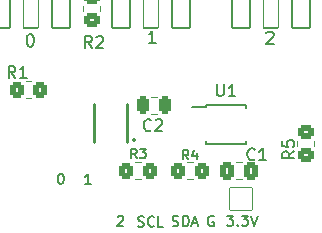
<source format=gbr>
%TF.GenerationSoftware,KiCad,Pcbnew,8.99.0-unknown-7774a43762~178~ubuntu22.04.1*%
%TF.CreationDate,2024-05-27T17:10:49+05:30*%
%TF.ProjectId,Adafruit Si5351A,41646166-7275-4697-9420-536935333531,rev?*%
%TF.SameCoordinates,Original*%
%TF.FileFunction,Legend,Top*%
%TF.FilePolarity,Positive*%
%FSLAX46Y46*%
G04 Gerber Fmt 4.6, Leading zero omitted, Abs format (unit mm)*
G04 Created by KiCad (PCBNEW 8.99.0-unknown-7774a43762~178~ubuntu22.04.1) date 2024-05-27 17:10:49*
%MOMM*%
%LPD*%
G01*
G04 APERTURE LIST*
G04 Aperture macros list*
%AMRoundRect*
0 Rectangle with rounded corners*
0 $1 Rounding radius*
0 $2 $3 $4 $5 $6 $7 $8 $9 X,Y pos of 4 corners*
0 Add a 4 corners polygon primitive as box body*
4,1,4,$2,$3,$4,$5,$6,$7,$8,$9,$2,$3,0*
0 Add four circle primitives for the rounded corners*
1,1,$1+$1,$2,$3*
1,1,$1+$1,$4,$5*
1,1,$1+$1,$6,$7*
1,1,$1+$1,$8,$9*
0 Add four rect primitives between the rounded corners*
20,1,$1+$1,$2,$3,$4,$5,0*
20,1,$1+$1,$4,$5,$6,$7,0*
20,1,$1+$1,$6,$7,$8,$9,0*
20,1,$1+$1,$8,$9,$2,$3,0*%
G04 Aperture macros list end*
%ADD10C,0.203200*%
%ADD11C,0.152400*%
%ADD12C,0.150000*%
%ADD13C,0.120000*%
%ADD14C,0.250000*%
%ADD15C,0.300000*%
%ADD16RoundRect,0.050800X-0.762000X-2.032000X0.762000X-2.032000X0.762000X2.032000X-0.762000X2.032000X0*%
%ADD17RoundRect,0.050800X-0.635000X-2.032000X0.635000X-2.032000X0.635000X2.032000X-0.635000X2.032000X0*%
%ADD18RoundRect,0.250000X0.450000X-0.350000X0.450000X0.350000X-0.450000X0.350000X-0.450000X-0.350000X0*%
%ADD19RoundRect,0.250000X-0.450000X0.350000X-0.450000X-0.350000X0.450000X-0.350000X0.450000X0.350000X0*%
%ADD20C,2.000000*%
%ADD21RoundRect,0.250000X-0.350000X-0.450000X0.350000X-0.450000X0.350000X0.450000X-0.350000X0.450000X0*%
%ADD22C,2.500000*%
%ADD23RoundRect,0.250000X0.350000X0.450000X-0.350000X0.450000X-0.350000X-0.450000X0.350000X-0.450000X0*%
%ADD24RoundRect,0.050800X-0.965200X0.965200X-0.965200X-0.965200X0.965200X-0.965200X0.965200X0.965200X0*%
%ADD25C,2.032000*%
%ADD26RoundRect,0.250000X-0.337500X-0.475000X0.337500X-0.475000X0.337500X0.475000X-0.337500X0.475000X0*%
%ADD27R,1.000000X0.800000*%
%ADD28RoundRect,0.250000X-0.250000X-0.475000X0.250000X-0.475000X0.250000X0.475000X-0.250000X0.475000X0*%
%ADD29R,1.400000X0.300000*%
G04 APERTURE END LIST*
D10*
X148920200Y-100076355D02*
X148310600Y-100076355D01*
X148615400Y-100076355D02*
X148615400Y-99009555D01*
X148615400Y-99009555D02*
X148513800Y-99161955D01*
X148513800Y-99161955D02*
X148412200Y-99263555D01*
X148412200Y-99263555D02*
X148310600Y-99314355D01*
D11*
X153816180Y-114729117D02*
X153733933Y-114687993D01*
X153733933Y-114687993D02*
X153610561Y-114687993D01*
X153610561Y-114687993D02*
X153487190Y-114729117D01*
X153487190Y-114729117D02*
X153404942Y-114811365D01*
X153404942Y-114811365D02*
X153363819Y-114893612D01*
X153363819Y-114893612D02*
X153322695Y-115058108D01*
X153322695Y-115058108D02*
X153322695Y-115181479D01*
X153322695Y-115181479D02*
X153363819Y-115345974D01*
X153363819Y-115345974D02*
X153404942Y-115428222D01*
X153404942Y-115428222D02*
X153487190Y-115510470D01*
X153487190Y-115510470D02*
X153610561Y-115551593D01*
X153610561Y-115551593D02*
X153692809Y-115551593D01*
X153692809Y-115551593D02*
X153816180Y-115510470D01*
X153816180Y-115510470D02*
X153857304Y-115469346D01*
X153857304Y-115469346D02*
X153857304Y-115181479D01*
X153857304Y-115181479D02*
X153692809Y-115181479D01*
X140827276Y-111110193D02*
X140909523Y-111110193D01*
X140909523Y-111110193D02*
X140991771Y-111151317D01*
X140991771Y-111151317D02*
X141032895Y-111192441D01*
X141032895Y-111192441D02*
X141074019Y-111274689D01*
X141074019Y-111274689D02*
X141115142Y-111439184D01*
X141115142Y-111439184D02*
X141115142Y-111644803D01*
X141115142Y-111644803D02*
X141074019Y-111809298D01*
X141074019Y-111809298D02*
X141032895Y-111891546D01*
X141032895Y-111891546D02*
X140991771Y-111932670D01*
X140991771Y-111932670D02*
X140909523Y-111973793D01*
X140909523Y-111973793D02*
X140827276Y-111973793D01*
X140827276Y-111973793D02*
X140745028Y-111932670D01*
X140745028Y-111932670D02*
X140703904Y-111891546D01*
X140703904Y-111891546D02*
X140662781Y-111809298D01*
X140662781Y-111809298D02*
X140621657Y-111644803D01*
X140621657Y-111644803D02*
X140621657Y-111439184D01*
X140621657Y-111439184D02*
X140662781Y-111274689D01*
X140662781Y-111274689D02*
X140703904Y-111192441D01*
X140703904Y-111192441D02*
X140745028Y-111151317D01*
X140745028Y-111151317D02*
X140827276Y-111110193D01*
X147421905Y-115550470D02*
X147545276Y-115591593D01*
X147545276Y-115591593D02*
X147750895Y-115591593D01*
X147750895Y-115591593D02*
X147833143Y-115550470D01*
X147833143Y-115550470D02*
X147874267Y-115509346D01*
X147874267Y-115509346D02*
X147915390Y-115427098D01*
X147915390Y-115427098D02*
X147915390Y-115344850D01*
X147915390Y-115344850D02*
X147874267Y-115262603D01*
X147874267Y-115262603D02*
X147833143Y-115221479D01*
X147833143Y-115221479D02*
X147750895Y-115180355D01*
X147750895Y-115180355D02*
X147586400Y-115139231D01*
X147586400Y-115139231D02*
X147504152Y-115098108D01*
X147504152Y-115098108D02*
X147463029Y-115056984D01*
X147463029Y-115056984D02*
X147421905Y-114974736D01*
X147421905Y-114974736D02*
X147421905Y-114892489D01*
X147421905Y-114892489D02*
X147463029Y-114810241D01*
X147463029Y-114810241D02*
X147504152Y-114769117D01*
X147504152Y-114769117D02*
X147586400Y-114727993D01*
X147586400Y-114727993D02*
X147792019Y-114727993D01*
X147792019Y-114727993D02*
X147915390Y-114769117D01*
X148778990Y-115509346D02*
X148737866Y-115550470D01*
X148737866Y-115550470D02*
X148614495Y-115591593D01*
X148614495Y-115591593D02*
X148532247Y-115591593D01*
X148532247Y-115591593D02*
X148408876Y-115550470D01*
X148408876Y-115550470D02*
X148326628Y-115468222D01*
X148326628Y-115468222D02*
X148285505Y-115385974D01*
X148285505Y-115385974D02*
X148244381Y-115221479D01*
X148244381Y-115221479D02*
X148244381Y-115098108D01*
X148244381Y-115098108D02*
X148285505Y-114933612D01*
X148285505Y-114933612D02*
X148326628Y-114851365D01*
X148326628Y-114851365D02*
X148408876Y-114769117D01*
X148408876Y-114769117D02*
X148532247Y-114727993D01*
X148532247Y-114727993D02*
X148614495Y-114727993D01*
X148614495Y-114727993D02*
X148737866Y-114769117D01*
X148737866Y-114769117D02*
X148778990Y-114810241D01*
X149560343Y-115591593D02*
X149149105Y-115591593D01*
X149149105Y-115591593D02*
X149149105Y-114727993D01*
X145693257Y-114770241D02*
X145734381Y-114729117D01*
X145734381Y-114729117D02*
X145816628Y-114687993D01*
X145816628Y-114687993D02*
X146022247Y-114687993D01*
X146022247Y-114687993D02*
X146104495Y-114729117D01*
X146104495Y-114729117D02*
X146145619Y-114770241D01*
X146145619Y-114770241D02*
X146186742Y-114852489D01*
X146186742Y-114852489D02*
X146186742Y-114934736D01*
X146186742Y-114934736D02*
X146145619Y-115058108D01*
X146145619Y-115058108D02*
X145652133Y-115551593D01*
X145652133Y-115551593D02*
X146186742Y-115551593D01*
X150341343Y-115520470D02*
X150464714Y-115561593D01*
X150464714Y-115561593D02*
X150670333Y-115561593D01*
X150670333Y-115561593D02*
X150752581Y-115520470D01*
X150752581Y-115520470D02*
X150793705Y-115479346D01*
X150793705Y-115479346D02*
X150834828Y-115397098D01*
X150834828Y-115397098D02*
X150834828Y-115314850D01*
X150834828Y-115314850D02*
X150793705Y-115232603D01*
X150793705Y-115232603D02*
X150752581Y-115191479D01*
X150752581Y-115191479D02*
X150670333Y-115150355D01*
X150670333Y-115150355D02*
X150505838Y-115109231D01*
X150505838Y-115109231D02*
X150423590Y-115068108D01*
X150423590Y-115068108D02*
X150382467Y-115026984D01*
X150382467Y-115026984D02*
X150341343Y-114944736D01*
X150341343Y-114944736D02*
X150341343Y-114862489D01*
X150341343Y-114862489D02*
X150382467Y-114780241D01*
X150382467Y-114780241D02*
X150423590Y-114739117D01*
X150423590Y-114739117D02*
X150505838Y-114697993D01*
X150505838Y-114697993D02*
X150711457Y-114697993D01*
X150711457Y-114697993D02*
X150834828Y-114739117D01*
X151204943Y-115561593D02*
X151204943Y-114697993D01*
X151204943Y-114697993D02*
X151410562Y-114697993D01*
X151410562Y-114697993D02*
X151533933Y-114739117D01*
X151533933Y-114739117D02*
X151616181Y-114821365D01*
X151616181Y-114821365D02*
X151657304Y-114903612D01*
X151657304Y-114903612D02*
X151698428Y-115068108D01*
X151698428Y-115068108D02*
X151698428Y-115191479D01*
X151698428Y-115191479D02*
X151657304Y-115355974D01*
X151657304Y-115355974D02*
X151616181Y-115438222D01*
X151616181Y-115438222D02*
X151533933Y-115520470D01*
X151533933Y-115520470D02*
X151410562Y-115561593D01*
X151410562Y-115561593D02*
X151204943Y-115561593D01*
X152027419Y-115314850D02*
X152438657Y-115314850D01*
X151945171Y-115561593D02*
X152233038Y-114697993D01*
X152233038Y-114697993D02*
X152520904Y-115561593D01*
X143446742Y-111991593D02*
X142953257Y-111991593D01*
X143200000Y-111991593D02*
X143200000Y-111127993D01*
X143200000Y-111127993D02*
X143117752Y-111251365D01*
X143117752Y-111251365D02*
X143035504Y-111333612D01*
X143035504Y-111333612D02*
X142953257Y-111374736D01*
X154955162Y-114657993D02*
X155489771Y-114657993D01*
X155489771Y-114657993D02*
X155201905Y-114986984D01*
X155201905Y-114986984D02*
X155325276Y-114986984D01*
X155325276Y-114986984D02*
X155407524Y-115028108D01*
X155407524Y-115028108D02*
X155448648Y-115069231D01*
X155448648Y-115069231D02*
X155489771Y-115151479D01*
X155489771Y-115151479D02*
X155489771Y-115357098D01*
X155489771Y-115357098D02*
X155448648Y-115439346D01*
X155448648Y-115439346D02*
X155407524Y-115480470D01*
X155407524Y-115480470D02*
X155325276Y-115521593D01*
X155325276Y-115521593D02*
X155078533Y-115521593D01*
X155078533Y-115521593D02*
X154996286Y-115480470D01*
X154996286Y-115480470D02*
X154955162Y-115439346D01*
X155859886Y-115439346D02*
X155901009Y-115480470D01*
X155901009Y-115480470D02*
X155859886Y-115521593D01*
X155859886Y-115521593D02*
X155818762Y-115480470D01*
X155818762Y-115480470D02*
X155859886Y-115439346D01*
X155859886Y-115439346D02*
X155859886Y-115521593D01*
X156188876Y-114657993D02*
X156723485Y-114657993D01*
X156723485Y-114657993D02*
X156435619Y-114986984D01*
X156435619Y-114986984D02*
X156558990Y-114986984D01*
X156558990Y-114986984D02*
X156641238Y-115028108D01*
X156641238Y-115028108D02*
X156682362Y-115069231D01*
X156682362Y-115069231D02*
X156723485Y-115151479D01*
X156723485Y-115151479D02*
X156723485Y-115357098D01*
X156723485Y-115357098D02*
X156682362Y-115439346D01*
X156682362Y-115439346D02*
X156641238Y-115480470D01*
X156641238Y-115480470D02*
X156558990Y-115521593D01*
X156558990Y-115521593D02*
X156312247Y-115521593D01*
X156312247Y-115521593D02*
X156230000Y-115480470D01*
X156230000Y-115480470D02*
X156188876Y-115439346D01*
X156970228Y-114657993D02*
X157258095Y-115521593D01*
X157258095Y-115521593D02*
X157545961Y-114657993D01*
D10*
X158292800Y-99187355D02*
X158343600Y-99136555D01*
X158343600Y-99136555D02*
X158445200Y-99085755D01*
X158445200Y-99085755D02*
X158699200Y-99085755D01*
X158699200Y-99085755D02*
X158800800Y-99136555D01*
X158800800Y-99136555D02*
X158851600Y-99187355D01*
X158851600Y-99187355D02*
X158902400Y-99288955D01*
X158902400Y-99288955D02*
X158902400Y-99390555D01*
X158902400Y-99390555D02*
X158851600Y-99542955D01*
X158851600Y-99542955D02*
X158242000Y-100152555D01*
X158242000Y-100152555D02*
X158902400Y-100152555D01*
X138249200Y-99296155D02*
X138350800Y-99296155D01*
X138350800Y-99296155D02*
X138452400Y-99346955D01*
X138452400Y-99346955D02*
X138503200Y-99397755D01*
X138503200Y-99397755D02*
X138554000Y-99499355D01*
X138554000Y-99499355D02*
X138604800Y-99702555D01*
X138604800Y-99702555D02*
X138604800Y-99956555D01*
X138604800Y-99956555D02*
X138554000Y-100159755D01*
X138554000Y-100159755D02*
X138503200Y-100261355D01*
X138503200Y-100261355D02*
X138452400Y-100312155D01*
X138452400Y-100312155D02*
X138350800Y-100362955D01*
X138350800Y-100362955D02*
X138249200Y-100362955D01*
X138249200Y-100362955D02*
X138147600Y-100312155D01*
X138147600Y-100312155D02*
X138096800Y-100261355D01*
X138096800Y-100261355D02*
X138046000Y-100159755D01*
X138046000Y-100159755D02*
X137995200Y-99956555D01*
X137995200Y-99956555D02*
X137995200Y-99702555D01*
X137995200Y-99702555D02*
X138046000Y-99499355D01*
X138046000Y-99499355D02*
X138096800Y-99397755D01*
X138096800Y-99397755D02*
X138147600Y-99346955D01*
X138147600Y-99346955D02*
X138249200Y-99296155D01*
D12*
X160644819Y-109226666D02*
X160168628Y-109559999D01*
X160644819Y-109798094D02*
X159644819Y-109798094D01*
X159644819Y-109798094D02*
X159644819Y-109417142D01*
X159644819Y-109417142D02*
X159692438Y-109321904D01*
X159692438Y-109321904D02*
X159740057Y-109274285D01*
X159740057Y-109274285D02*
X159835295Y-109226666D01*
X159835295Y-109226666D02*
X159978152Y-109226666D01*
X159978152Y-109226666D02*
X160073390Y-109274285D01*
X160073390Y-109274285D02*
X160121009Y-109321904D01*
X160121009Y-109321904D02*
X160168628Y-109417142D01*
X160168628Y-109417142D02*
X160168628Y-109798094D01*
X159644819Y-108321904D02*
X159644819Y-108798094D01*
X159644819Y-108798094D02*
X160121009Y-108845713D01*
X160121009Y-108845713D02*
X160073390Y-108798094D01*
X160073390Y-108798094D02*
X160025771Y-108702856D01*
X160025771Y-108702856D02*
X160025771Y-108464761D01*
X160025771Y-108464761D02*
X160073390Y-108369523D01*
X160073390Y-108369523D02*
X160121009Y-108321904D01*
X160121009Y-108321904D02*
X160216247Y-108274285D01*
X160216247Y-108274285D02*
X160454342Y-108274285D01*
X160454342Y-108274285D02*
X160549580Y-108321904D01*
X160549580Y-108321904D02*
X160597200Y-108369523D01*
X160597200Y-108369523D02*
X160644819Y-108464761D01*
X160644819Y-108464761D02*
X160644819Y-108702856D01*
X160644819Y-108702856D02*
X160597200Y-108798094D01*
X160597200Y-108798094D02*
X160549580Y-108845713D01*
X143513333Y-100454819D02*
X143180000Y-99978628D01*
X142941905Y-100454819D02*
X142941905Y-99454819D01*
X142941905Y-99454819D02*
X143322857Y-99454819D01*
X143322857Y-99454819D02*
X143418095Y-99502438D01*
X143418095Y-99502438D02*
X143465714Y-99550057D01*
X143465714Y-99550057D02*
X143513333Y-99645295D01*
X143513333Y-99645295D02*
X143513333Y-99788152D01*
X143513333Y-99788152D02*
X143465714Y-99883390D01*
X143465714Y-99883390D02*
X143418095Y-99931009D01*
X143418095Y-99931009D02*
X143322857Y-99978628D01*
X143322857Y-99978628D02*
X142941905Y-99978628D01*
X143894286Y-99550057D02*
X143941905Y-99502438D01*
X143941905Y-99502438D02*
X144037143Y-99454819D01*
X144037143Y-99454819D02*
X144275238Y-99454819D01*
X144275238Y-99454819D02*
X144370476Y-99502438D01*
X144370476Y-99502438D02*
X144418095Y-99550057D01*
X144418095Y-99550057D02*
X144465714Y-99645295D01*
X144465714Y-99645295D02*
X144465714Y-99740533D01*
X144465714Y-99740533D02*
X144418095Y-99883390D01*
X144418095Y-99883390D02*
X143846667Y-100454819D01*
X143846667Y-100454819D02*
X144465714Y-100454819D01*
X137033333Y-103004819D02*
X136700000Y-102528628D01*
X136461905Y-103004819D02*
X136461905Y-102004819D01*
X136461905Y-102004819D02*
X136842857Y-102004819D01*
X136842857Y-102004819D02*
X136938095Y-102052438D01*
X136938095Y-102052438D02*
X136985714Y-102100057D01*
X136985714Y-102100057D02*
X137033333Y-102195295D01*
X137033333Y-102195295D02*
X137033333Y-102338152D01*
X137033333Y-102338152D02*
X136985714Y-102433390D01*
X136985714Y-102433390D02*
X136938095Y-102481009D01*
X136938095Y-102481009D02*
X136842857Y-102528628D01*
X136842857Y-102528628D02*
X136461905Y-102528628D01*
X137985714Y-103004819D02*
X137414286Y-103004819D01*
X137700000Y-103004819D02*
X137700000Y-102004819D01*
X137700000Y-102004819D02*
X137604762Y-102147676D01*
X137604762Y-102147676D02*
X137509524Y-102242914D01*
X137509524Y-102242914D02*
X137414286Y-102290533D01*
X151691667Y-109916295D02*
X151425000Y-109535342D01*
X151234524Y-109916295D02*
X151234524Y-109116295D01*
X151234524Y-109116295D02*
X151539286Y-109116295D01*
X151539286Y-109116295D02*
X151615476Y-109154390D01*
X151615476Y-109154390D02*
X151653571Y-109192485D01*
X151653571Y-109192485D02*
X151691667Y-109268676D01*
X151691667Y-109268676D02*
X151691667Y-109382961D01*
X151691667Y-109382961D02*
X151653571Y-109459152D01*
X151653571Y-109459152D02*
X151615476Y-109497247D01*
X151615476Y-109497247D02*
X151539286Y-109535342D01*
X151539286Y-109535342D02*
X151234524Y-109535342D01*
X152377381Y-109382961D02*
X152377381Y-109916295D01*
X152186905Y-109078200D02*
X151996428Y-109649628D01*
X151996428Y-109649628D02*
X152491667Y-109649628D01*
X147313667Y-109810895D02*
X147047000Y-109429942D01*
X146856524Y-109810895D02*
X146856524Y-109010895D01*
X146856524Y-109010895D02*
X147161286Y-109010895D01*
X147161286Y-109010895D02*
X147237476Y-109048990D01*
X147237476Y-109048990D02*
X147275571Y-109087085D01*
X147275571Y-109087085D02*
X147313667Y-109163276D01*
X147313667Y-109163276D02*
X147313667Y-109277561D01*
X147313667Y-109277561D02*
X147275571Y-109353752D01*
X147275571Y-109353752D02*
X147237476Y-109391847D01*
X147237476Y-109391847D02*
X147161286Y-109429942D01*
X147161286Y-109429942D02*
X146856524Y-109429942D01*
X147580333Y-109010895D02*
X148075571Y-109010895D01*
X148075571Y-109010895D02*
X147808905Y-109315657D01*
X147808905Y-109315657D02*
X147923190Y-109315657D01*
X147923190Y-109315657D02*
X147999381Y-109353752D01*
X147999381Y-109353752D02*
X148037476Y-109391847D01*
X148037476Y-109391847D02*
X148075571Y-109468038D01*
X148075571Y-109468038D02*
X148075571Y-109658514D01*
X148075571Y-109658514D02*
X148037476Y-109734704D01*
X148037476Y-109734704D02*
X147999381Y-109772800D01*
X147999381Y-109772800D02*
X147923190Y-109810895D01*
X147923190Y-109810895D02*
X147694619Y-109810895D01*
X147694619Y-109810895D02*
X147618428Y-109772800D01*
X147618428Y-109772800D02*
X147580333Y-109734704D01*
X157303333Y-109889580D02*
X157255714Y-109937200D01*
X157255714Y-109937200D02*
X157112857Y-109984819D01*
X157112857Y-109984819D02*
X157017619Y-109984819D01*
X157017619Y-109984819D02*
X156874762Y-109937200D01*
X156874762Y-109937200D02*
X156779524Y-109841961D01*
X156779524Y-109841961D02*
X156731905Y-109746723D01*
X156731905Y-109746723D02*
X156684286Y-109556247D01*
X156684286Y-109556247D02*
X156684286Y-109413390D01*
X156684286Y-109413390D02*
X156731905Y-109222914D01*
X156731905Y-109222914D02*
X156779524Y-109127676D01*
X156779524Y-109127676D02*
X156874762Y-109032438D01*
X156874762Y-109032438D02*
X157017619Y-108984819D01*
X157017619Y-108984819D02*
X157112857Y-108984819D01*
X157112857Y-108984819D02*
X157255714Y-109032438D01*
X157255714Y-109032438D02*
X157303333Y-109080057D01*
X158255714Y-109984819D02*
X157684286Y-109984819D01*
X157970000Y-109984819D02*
X157970000Y-108984819D01*
X157970000Y-108984819D02*
X157874762Y-109127676D01*
X157874762Y-109127676D02*
X157779524Y-109222914D01*
X157779524Y-109222914D02*
X157684286Y-109270533D01*
X148525333Y-107419580D02*
X148477714Y-107467200D01*
X148477714Y-107467200D02*
X148334857Y-107514819D01*
X148334857Y-107514819D02*
X148239619Y-107514819D01*
X148239619Y-107514819D02*
X148096762Y-107467200D01*
X148096762Y-107467200D02*
X148001524Y-107371961D01*
X148001524Y-107371961D02*
X147953905Y-107276723D01*
X147953905Y-107276723D02*
X147906286Y-107086247D01*
X147906286Y-107086247D02*
X147906286Y-106943390D01*
X147906286Y-106943390D02*
X147953905Y-106752914D01*
X147953905Y-106752914D02*
X148001524Y-106657676D01*
X148001524Y-106657676D02*
X148096762Y-106562438D01*
X148096762Y-106562438D02*
X148239619Y-106514819D01*
X148239619Y-106514819D02*
X148334857Y-106514819D01*
X148334857Y-106514819D02*
X148477714Y-106562438D01*
X148477714Y-106562438D02*
X148525333Y-106610057D01*
X148906286Y-106610057D02*
X148953905Y-106562438D01*
X148953905Y-106562438D02*
X149049143Y-106514819D01*
X149049143Y-106514819D02*
X149287238Y-106514819D01*
X149287238Y-106514819D02*
X149382476Y-106562438D01*
X149382476Y-106562438D02*
X149430095Y-106610057D01*
X149430095Y-106610057D02*
X149477714Y-106705295D01*
X149477714Y-106705295D02*
X149477714Y-106800533D01*
X149477714Y-106800533D02*
X149430095Y-106943390D01*
X149430095Y-106943390D02*
X148858667Y-107514819D01*
X148858667Y-107514819D02*
X149477714Y-107514819D01*
X154101895Y-103544019D02*
X154101895Y-104353542D01*
X154101895Y-104353542D02*
X154149514Y-104448780D01*
X154149514Y-104448780D02*
X154197133Y-104496400D01*
X154197133Y-104496400D02*
X154292371Y-104544019D01*
X154292371Y-104544019D02*
X154482847Y-104544019D01*
X154482847Y-104544019D02*
X154578085Y-104496400D01*
X154578085Y-104496400D02*
X154625704Y-104448780D01*
X154625704Y-104448780D02*
X154673323Y-104353542D01*
X154673323Y-104353542D02*
X154673323Y-103544019D01*
X155673323Y-104544019D02*
X155101895Y-104544019D01*
X155387609Y-104544019D02*
X155387609Y-103544019D01*
X155387609Y-103544019D02*
X155292371Y-103686876D01*
X155292371Y-103686876D02*
X155197133Y-103782114D01*
X155197133Y-103782114D02*
X155101895Y-103829733D01*
D13*
%TO.C,R5*%
X160875000Y-108797064D02*
X160875000Y-108342936D01*
X162345000Y-108797064D02*
X162345000Y-108342936D01*
%TO.C,R2*%
X142765000Y-96892936D02*
X142765000Y-97347064D01*
X144235000Y-96892936D02*
X144235000Y-97347064D01*
%TO.C,R1*%
X137932936Y-103255000D02*
X138387064Y-103255000D01*
X137932936Y-104725000D02*
X138387064Y-104725000D01*
%TO.C,R4*%
X151597936Y-110115000D02*
X152052064Y-110115000D01*
X151597936Y-111585000D02*
X152052064Y-111585000D01*
%TO.C,R3*%
X147658064Y-110136000D02*
X147203936Y-110136000D01*
X147658064Y-111606000D02*
X147203936Y-111606000D01*
%TO.C,C1*%
X155718748Y-110115000D02*
X156241252Y-110115000D01*
X155718748Y-111585000D02*
X156241252Y-111585000D01*
D14*
%TO.C,Y1*%
X143670000Y-108437500D02*
X143670000Y-105237500D01*
X146470000Y-108437500D02*
X146470000Y-105237500D01*
D15*
X147120001Y-108237500D02*
X147120001Y-108237500D01*
X147120001Y-108237500D01*
X147120001Y-108237500D01*
X147120001Y-108237500D01*
X147120001Y-108237500D01*
X147120001Y-108237501D01*
X147120001Y-108237501D01*
X147120001Y-108237501D01*
X147120001Y-108237501D01*
X147120001Y-108237501D01*
X147120001Y-108237501D01*
X147120001Y-108237501D01*
X147120000Y-108237501D01*
X147120000Y-108237501D01*
X147120000Y-108237501D01*
X147120000Y-108237501D01*
X147120000Y-108237501D01*
X147120000Y-108237501D01*
X147120000Y-108237501D01*
X147120000Y-108237501D01*
X147120000Y-108237501D01*
X147120000Y-108237501D01*
X147120000Y-108237501D01*
X147120000Y-108237501D01*
X147119999Y-108237501D01*
X147119999Y-108237501D01*
X147119999Y-108237501D01*
X147119999Y-108237501D01*
X147119999Y-108237501D01*
X147119999Y-108237501D01*
X147119999Y-108237500D01*
X147119999Y-108237500D01*
X147119999Y-108237500D01*
X147119999Y-108237500D01*
X147119999Y-108237500D01*
X147119999Y-108237500D01*
X147119999Y-108237500D02*
X147119999Y-108237500D01*
X147119999Y-108237500D01*
X147119999Y-108237500D01*
X147119999Y-108237500D01*
X147119999Y-108237500D01*
X147119999Y-108237500D01*
X147119999Y-108237499D01*
X147119999Y-108237499D01*
X147119999Y-108237499D01*
X147119999Y-108237499D01*
X147119999Y-108237499D01*
X147120000Y-108237499D01*
X147120000Y-108237499D01*
X147120000Y-108237499D01*
X147120000Y-108237499D01*
X147120000Y-108237499D01*
X147120000Y-108237499D01*
X147120000Y-108237499D01*
X147120000Y-108237499D01*
X147120000Y-108237499D01*
X147120000Y-108237499D01*
X147120000Y-108237499D01*
X147120000Y-108237499D01*
X147120001Y-108237499D01*
X147120001Y-108237499D01*
X147120001Y-108237499D01*
X147120001Y-108237499D01*
X147120001Y-108237499D01*
X147120001Y-108237499D01*
X147120001Y-108237500D01*
X147120001Y-108237500D01*
X147120001Y-108237500D01*
X147120001Y-108237500D01*
X147120001Y-108237500D01*
X147120001Y-108237500D01*
X147120001Y-108237500D01*
D13*
%TO.C,C2*%
X148518748Y-104595000D02*
X149041252Y-104595000D01*
X148518748Y-106065000D02*
X149041252Y-106065000D01*
D12*
%TO.C,U1*%
X153205000Y-105275000D02*
X153205000Y-105500000D01*
X153205000Y-105275000D02*
X156555000Y-105275000D01*
X153205000Y-105500000D02*
X151980000Y-105500000D01*
X153205000Y-108625000D02*
X153205000Y-108325000D01*
X153205000Y-108625000D02*
X156555000Y-108625000D01*
X156555000Y-105275000D02*
X156555000Y-105575000D01*
X156555000Y-108625000D02*
X156555000Y-108325000D01*
%TD*%
%LPC*%
D16*
%TO.C,X3*%
X156121100Y-96748600D03*
X161201100Y-96748600D03*
D17*
X158661100Y-96748600D03*
%TD*%
D18*
%TO.C,R5*%
X161610000Y-109570000D03*
X161610000Y-107570000D03*
%TD*%
D19*
%TO.C,R2*%
X143500000Y-96120000D03*
X143500000Y-98120000D03*
%TD*%
D20*
%TO.C,FID2*%
X138810000Y-109990000D03*
%TD*%
D21*
%TO.C,R1*%
X137160000Y-103990000D03*
X139160000Y-103990000D03*
%TD*%
%TO.C,R4*%
X150825000Y-110850000D03*
X152825000Y-110850000D03*
%TD*%
D22*
%TO.C,H2*%
X161201100Y-113258600D03*
%TD*%
%TO.C,H1*%
X135801100Y-113258600D03*
%TD*%
D16*
%TO.C,X2*%
X145961100Y-96748600D03*
X151041100Y-96748600D03*
D17*
X148501100Y-96748600D03*
%TD*%
D23*
%TO.C,R3*%
X148431000Y-110871000D03*
X146431000Y-110871000D03*
%TD*%
D24*
%TO.C,JP1*%
X156121100Y-113258600D03*
D25*
X153581100Y-113258600D03*
X151041100Y-113258600D03*
X148501100Y-113258600D03*
X145961100Y-113258600D03*
X143421100Y-113258600D03*
X140881100Y-113258600D03*
%TD*%
D26*
%TO.C,C1*%
X154942500Y-110850000D03*
X157017500Y-110850000D03*
%TD*%
D27*
%TO.C,Y1*%
X145770000Y-108347500D03*
X145770000Y-105327500D03*
X144370000Y-105327500D03*
X144370000Y-108347500D03*
%TD*%
D16*
%TO.C,X1*%
X135801100Y-96748600D03*
X140881100Y-96748600D03*
D17*
X138341100Y-96748600D03*
%TD*%
D28*
%TO.C,C2*%
X147830000Y-105330000D03*
X149730000Y-105330000D03*
%TD*%
D20*
%TO.C,FID1*%
X162320000Y-100710000D03*
%TD*%
D29*
%TO.C,U1*%
X152680000Y-105950000D03*
X152680000Y-106450000D03*
X152680000Y-106950000D03*
X152680000Y-107450000D03*
X152680000Y-107950000D03*
X157080000Y-107950000D03*
X157080000Y-107450000D03*
X157080000Y-106950000D03*
X157080000Y-106450000D03*
X157080000Y-105950000D03*
%TD*%
%LPD*%
M02*

</source>
